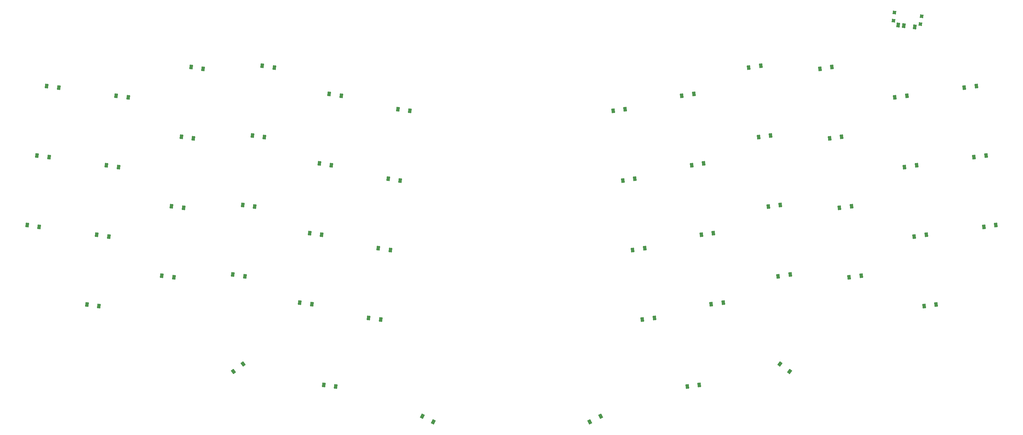
<source format=gtp>
%TF.GenerationSoftware,KiCad,Pcbnew,8.0.1*%
%TF.CreationDate,2024-04-17T00:19:13+02:00*%
%TF.ProjectId,shockboard,73686f63-6b62-46f6-9172-642e6b696361,v1.0.0*%
%TF.SameCoordinates,Original*%
%TF.FileFunction,Paste,Top*%
%TF.FilePolarity,Positive*%
%FSLAX46Y46*%
G04 Gerber Fmt 4.6, Leading zero omitted, Abs format (unit mm)*
G04 Created by KiCad (PCBNEW 8.0.1) date 2024-04-17 00:19:13*
%MOMM*%
%LPD*%
G01*
G04 APERTURE LIST*
G04 Aperture macros list*
%AMRotRect*
0 Rectangle, with rotation*
0 The origin of the aperture is its center*
0 $1 length*
0 $2 width*
0 $3 Rotation angle, in degrees counterclockwise*
0 Add horizontal line*
21,1,$1,$2,0,0,$3*%
G04 Aperture macros list end*
%ADD10RotRect,0.900000X0.900000X352.500000*%
%ADD11RotRect,0.900000X1.250000X352.500000*%
%ADD12RotRect,0.900000X1.200000X352.000000*%
%ADD13RotRect,0.900000X1.200000X8.000000*%
%ADD14RotRect,0.900000X1.200000X323.000000*%
%ADD15RotRect,0.900000X1.200000X28.000000*%
%ADD16RotRect,0.900000X1.200000X37.000000*%
%ADD17RotRect,0.900000X1.200000X332.000000*%
G04 APERTURE END LIST*
D10*
X315796339Y-72564466D03*
X315509181Y-74745644D03*
X323133031Y-73530360D03*
X322845873Y-75711538D03*
D11*
X321281015Y-76488934D03*
X318306682Y-76097355D03*
X316819513Y-75901566D03*
D12*
X81060365Y-130053886D03*
X84328249Y-130513158D03*
X157503709Y-132213763D03*
X160771593Y-132673035D03*
D13*
X315864276Y-95527260D03*
X319132160Y-95067988D03*
D14*
X284757564Y-167639948D03*
X287393062Y-169625934D03*
D13*
X247562555Y-155617817D03*
X250830439Y-155158545D03*
D12*
X176110039Y-136343454D03*
X179377923Y-136802726D03*
X117507580Y-143759740D03*
X120775464Y-144219012D03*
D13*
X278999544Y-106262312D03*
X282267428Y-105803040D03*
D12*
X102519748Y-113883082D03*
X105787632Y-114342354D03*
X125440444Y-87314460D03*
X128708328Y-87773732D03*
X136740189Y-143433226D03*
X140008073Y-143892498D03*
X161326934Y-173270416D03*
X164594818Y-173729688D03*
D13*
X276355252Y-87447219D03*
X279623136Y-86987947D03*
X284288119Y-143892500D03*
X287556003Y-143433228D03*
X259701379Y-173729684D03*
X262969263Y-173270412D03*
X337323659Y-111698062D03*
X340591543Y-111238790D03*
X303520733Y-144219015D03*
X306788617Y-143759743D03*
X242273979Y-117987633D03*
X245541863Y-117528361D03*
X258236024Y-95042846D03*
X261503908Y-94583574D03*
D12*
X144673056Y-86987947D03*
X147940940Y-87447219D03*
X83704652Y-111238792D03*
X86972536Y-111698064D03*
X173465752Y-155158545D03*
X176733636Y-155617817D03*
X120151865Y-124944653D03*
X123419749Y-125403925D03*
X154859421Y-151028852D03*
X158127305Y-151488124D03*
X86348939Y-92423699D03*
X89616823Y-92882971D03*
X97231168Y-151513266D03*
X100499052Y-151972538D03*
D13*
X295587864Y-87773730D03*
X298855748Y-87314458D03*
D12*
X178754332Y-117528360D03*
X182022216Y-117987632D03*
X122796153Y-106129553D03*
X126064037Y-106588825D03*
D13*
X263524604Y-132673033D03*
X266792488Y-132213761D03*
X334679370Y-92882973D03*
X337947254Y-92423701D03*
X239629694Y-99172539D03*
X242897578Y-98713267D03*
D12*
X181398618Y-98713265D03*
X184666502Y-99172537D03*
X139384481Y-124618131D03*
X142652365Y-125077403D03*
D13*
X260880314Y-113857939D03*
X264148198Y-113398667D03*
D12*
X99875455Y-132698173D03*
X103143339Y-133157445D03*
X162792287Y-94583577D03*
X166060171Y-95042849D03*
D13*
X321152853Y-133157445D03*
X324420737Y-132698173D03*
X298232154Y-106588825D03*
X301500038Y-106129553D03*
X339967949Y-130513156D03*
X343235833Y-130053884D03*
X281643828Y-125077404D03*
X284911712Y-124618132D03*
X318508565Y-114342352D03*
X321776449Y-113883080D03*
D12*
X160147996Y-113398667D03*
X163415880Y-113857939D03*
D13*
X244918266Y-136802724D03*
X248186150Y-136343452D03*
X300876445Y-125403922D03*
X304144329Y-124944650D03*
X323797140Y-151972539D03*
X327065024Y-151513267D03*
D15*
X233341072Y-183301122D03*
X236254804Y-181751866D03*
D12*
X142028768Y-105803038D03*
X145296652Y-106262310D03*
D13*
X266168890Y-151488127D03*
X269436774Y-151028855D03*
D16*
X136903131Y-169625934D03*
X139538629Y-167639948D03*
D17*
X188041390Y-181751868D03*
X190955122Y-183301124D03*
D12*
X105164032Y-95067987D03*
X108431916Y-95527259D03*
M02*

</source>
